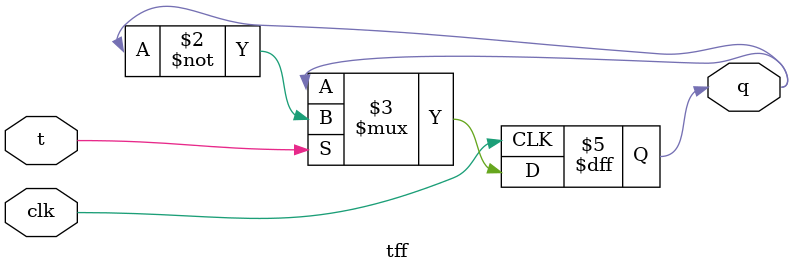
<source format=v>
`timescale 1ns / 1ps


module tff(
    input clk,
    input t,
    output reg q
    );
    
    initial q = 0;
    
    always @ (posedge clk) begin
        q <= (t ? ~q : q);
    end
    
endmodule

</source>
